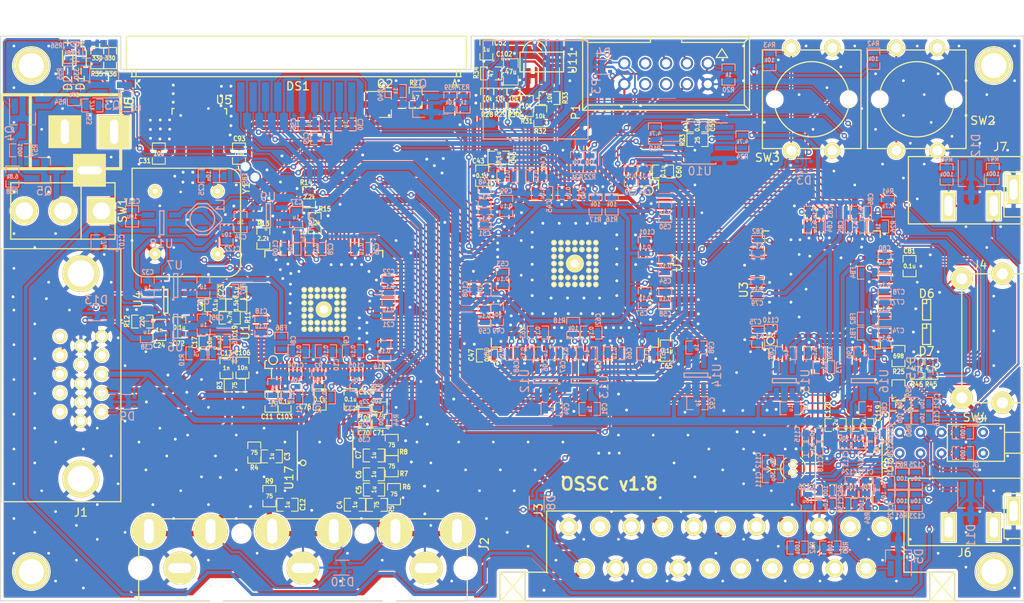
<source format=kicad_pcb>
(kicad_pcb (version 20211014) (generator pcbnew)

  (general
    (thickness 1.6)
  )

  (paper "A3")
  (layers
    (0 "F.Cu" signal)
    (31 "B.Cu" signal)
    (32 "B.Adhes" user "B.Adhesive")
    (33 "F.Adhes" user "F.Adhesive")
    (34 "B.Paste" user)
    (35 "F.Paste" user)
    (36 "B.SilkS" user "B.Silkscreen")
    (37 "F.SilkS" user "F.Silkscreen")
    (38 "B.Mask" user)
    (39 "F.Mask" user)
    (40 "Dwgs.User" user "User.Drawings")
    (41 "Cmts.User" user "User.Comments")
    (42 "Eco1.User" user "User.Eco1")
    (43 "Eco2.User" user "User.Eco2")
    (44 "Edge.Cuts" user)
    (45 "Margin" user)
    (46 "B.CrtYd" user "B.Courtyard")
    (47 "F.CrtYd" user "F.Courtyard")
    (48 "B.Fab" user)
    (49 "F.Fab" user)
  )

  (setup
    (stackup
      (layer "F.SilkS" (type "Top Silk Screen"))
      (layer "F.Paste" (type "Top Solder Paste"))
      (layer "F.Mask" (type "Top Solder Mask") (thickness 0.01))
      (layer "F.Cu" (type "copper") (thickness 0.035))
      (layer "dielectric 1" (type "core") (thickness 1.51) (material "FR4") (epsilon_r 4.5) (loss_tangent 0.02))
      (layer "B.Cu" (type "copper") (thickness 0.035))
      (layer "B.Mask" (type "Bottom Solder Mask") (thickness 0.01))
      (layer "B.Paste" (type "Bottom Solder Paste"))
      (layer "B.SilkS" (type "Bottom Silk Screen"))
      (copper_finish "None")
      (dielectric_constraints no)
    )
    (pad_to_mask_clearance 0)
    (pcbplotparams
      (layerselection 0x00010fc_ffffffff)
      (disableapertmacros false)
      (usegerberextensions false)
      (usegerberattributes false)
      (usegerberadvancedattributes false)
      (creategerberjobfile false)
      (svguseinch false)
      (svgprecision 6)
      (excludeedgelayer true)
      (plotframeref false)
      (viasonmask false)
      (mode 1)
      (useauxorigin false)
      (hpglpennumber 1)
      (hpglpenspeed 20)
      (hpglpendiameter 15.000000)
      (dxfpolygonmode true)
      (dxfimperialunits true)
      (dxfusepcbnewfont true)
      (psnegative false)
      (psa4output false)
      (plotreference true)
      (plotvalue true)
      (plotinvisibletext false)
      (sketchpadsonfab false)
      (subtractmaskfromsilk false)
      (outputformat 1)
      (mirror false)
      (drillshape 0)
      (scaleselection 1)
      (outputdirectory "gerber/")
    )
  )

  (net 0 "")
  (net 1 "/fpga1/ASDO")
  (net 2 "/fpga1/DATA0")
  (net 3 "/fpga1/DCLK")
  (net 4 "/fpga1/HDMITX_HSYNC")
  (net 5 "/fpga1/HDMITX_INT_N")
  (net 6 "/fpga1/HDMITX_PCLK")
  (net 7 "/fpga1/HDMITX_R0")
  (net 8 "/fpga1/HDMITX_R1")
  (net 9 "/fpga1/HDMITX_R2")
  (net 10 "/fpga1/HDMITX_R3")
  (net 11 "/fpga1/HDMITX_R4")
  (net 12 "/fpga1/HDMITX_R5")
  (net 13 "/fpga1/HDMITX_R6")
  (net 14 "/fpga1/HDMITX_R7")
  (net 15 "/fpga1/HDMITX_VSYNC")
  (net 16 "/fpga1/IR_RX")
  (net 17 "/fpga1/LED0")
  (net 18 "/fpga1/LED1")
  (net 19 "/fpga1/SCL")
  (net 20 "/fpga1/SDA")
  (net 21 "/fpga1/SD_CLK")
  (net 22 "/fpga1/SD_CMD")
  (net 23 "/fpga1/SD_DAT0")
  (net 24 "/fpga1/SD_DAT1")
  (net 25 "/fpga1/SD_DAT2")
  (net 26 "/fpga1/SD_DAT3")
  (net 27 "/fpga1/TCK")
  (net 28 "/fpga1/TDI")
  (net 29 "/fpga1/TDO")
  (net 30 "/fpga1/TMS")
  (net 31 "/fpga1/VCCA")
  (net 32 "/fpga1/VCCD_PLL")
  (net 33 "/fpga1/VCCINT")
  (net 34 "/fpga1/nCSO")
  (net 35 "/hdmitx1/AVCC1V8")
  (net 36 "/hdmitx1/AVCC3V3")
  (net 37 "/fpga1/VCCIO")
  (net 38 "/tvp_board1/AV1_AUD_R")
  (net 39 "/tvp_board1/AV1_AUD_L")
  (net 40 "unconnected-(D3-Pad5)")
  (net 41 "unconnected-(D3-Pad4)")
  (net 42 "unconnected-(D9-Pad5)")
  (net 43 "unconnected-(D10-Pad5)")
  (net 44 "unconnected-(D13-Pad4)")
  (net 45 "/hdmitx1/DDC_SCL")
  (net 46 "/hdmitx1/DDC_SDA")
  (net 47 "unconnected-(D13-Pad5)")
  (net 48 "/hdmitx1/DVDD1V8")
  (net 49 "unconnected-(D15-Pad5)")
  (net 50 "unconnected-(J1-Pad9)")
  (net 51 "unconnected-(J1-Pad4)")
  (net 52 "unconnected-(J1-Pad11)")
  (net 53 "unconnected-(J1-Pad12)")
  (net 54 "unconnected-(J1-Pad15)")
  (net 55 "unconnected-(J3-Pad3)")
  (net 56 "unconnected-(J3-Pad8)")
  (net 57 "unconnected-(J3-Pad10)")
  (net 58 "/hdmitx1/HPD")
  (net 59 "/hdmitx1/TMDS_CLK+")
  (net 60 "/hdmitx1/TMDS_CLK-")
  (net 61 "/hdmitx1/TMDS_D0+")
  (net 62 "/hdmitx1/TMDS_D0-")
  (net 63 "/hdmitx1/TMDS_D1+")
  (net 64 "/hdmitx1/TMDS_D1-")
  (net 65 "/hdmitx1/TMDS_D2+")
  (net 66 "/hdmitx1/TMDS_D2-")
  (net 67 "/tvp_board1/AVDD")
  (net 68 "unconnected-(J3-Pad12)")
  (net 69 "unconnected-(J3-Pad16)")
  (net 70 "unconnected-(J3-Pad19)")
  (net 71 "unconnected-(J3-Pad1)")
  (net 72 "unconnected-(J4-Pad13)")
  (net 73 "unconnected-(J4-Pad14)")
  (net 74 "unconnected-(P1-Pad6)")
  (net 75 "unconnected-(P1-Pad7)")
  (net 76 "/tvp_board1/DVDD")
  (net 77 "unconnected-(P1-Pad8)")
  (net 78 "unconnected-(U1-Pad22)")
  (net 79 "/tvp_board1/VSOUT")
  (net 80 "/tvp_board1/HSOUT")
  (net 81 "/tvp_board1/SOGOUT")
  (net 82 "/tvp_board1/B_7")
  (net 83 "/tvp_board1/B_6")
  (net 84 "/tvp_board1/B_5")
  (net 85 "/tvp_board1/B_4")
  (net 86 "/tvp_board1/B_3")
  (net 87 "/tvp_board1/PCLK")
  (net 88 "/tvp_board1/B_2")
  (net 89 "/tvp_board1/B_1")
  (net 90 "/tvp_board1/B_0")
  (net 91 "unconnected-(U1-Pad37)")
  (net 92 "unconnected-(U1-Pad38)")
  (net 93 "/tvp_board1/G_7")
  (net 94 "/tvp_board1/G_6")
  (net 95 "/tvp_board1/G_5")
  (net 96 "/tvp_board1/RGB1_B")
  (net 97 "/tvp_board1/RGB1_G")
  (net 98 "/tvp_board1/RGB1_R")
  (net 99 "/tvp_board1/RGB1_S")
  (net 100 "/tvp_board1/RGB2_B")
  (net 101 "/tvp_board1/RGB2_G")
  (net 102 "/tvp_board1/RGB2_R")
  (net 103 "/tvp_board1/RGB3_B")
  (net 104 "/tvp_board1/RGB3_G")
  (net 105 "/tvp_board1/RGB3_R")
  (net 106 "/tvp_board1/G_4")
  (net 107 "GND")
  (net 108 "Net-(C1-Pad2)")
  (net 109 "Net-(C2-Pad2)")
  (net 110 "Net-(C3-Pad2)")
  (net 111 "Net-(C4-Pad2)")
  (net 112 "Net-(C5-Pad2)")
  (net 113 "Net-(C6-Pad2)")
  (net 114 "Net-(C7-Pad2)")
  (net 115 "Net-(C11-Pad2)")
  (net 116 "Net-(C12-Pad2)")
  (net 117 "Net-(C13-Pad2)")
  (net 118 "Net-(C15-Pad2)")
  (net 119 "Net-(C16-Pad2)")
  (net 120 "Net-(C17-Pad2)")
  (net 121 "Net-(C19-Pad1)")
  (net 122 "Net-(C19-Pad2)")
  (net 123 "Net-(C20-Pad2)")
  (net 124 "Net-(C24-Pad1)")
  (net 125 "Net-(C25-Pad1)")
  (net 126 "Net-(C29-Pad2)")
  (net 127 "Net-(C30-Pad1)")
  (net 128 "Net-(C30-Pad2)")
  (net 129 "Net-(C74-Pad1)")
  (net 130 "Net-(C77-Pad1)")
  (net 131 "Net-(C80-Pad1)")
  (net 132 "/tvp_board1/G_3")
  (net 133 "/tvp_board1/G_2")
  (net 134 "/tvp_board1/G_1")
  (net 135 "/tvp_board1/G_0")
  (net 136 "unconnected-(U1-Pad51)")
  (net 137 "unconnected-(U1-Pad52)")
  (net 138 "/tvp_board1/R_7")
  (net 139 "Net-(R11-Pad2)")
  (net 140 "Net-(R16-Pad2)")
  (net 141 "Net-(R24-Pad1)")
  (net 142 "Net-(R25-Pad1)")
  (net 143 "Net-(R26-Pad1)")
  (net 144 "/tvp_board1/R_6")
  (net 145 "/tvp_board1/R_5")
  (net 146 "/tvp_board1/R_4")
  (net 147 "/tvp_board1/R_3")
  (net 148 "/tvp_board1/R_2")
  (net 149 "/tvp_board1/R_1")
  (net 150 "/tvp_board1/R_0")
  (net 151 "unconnected-(U1-Pad64)")
  (net 152 "unconnected-(U1-Pad65)")
  (net 153 "/tvp_board1/CLK27")
  (net 154 "/fpga1/HDMITX_DE")
  (net 155 "/fpga1/HDMITX_B0")
  (net 156 "/fpga1/HDMITX_B1")
  (net 157 "/fpga1/HDMITX_B2")
  (net 158 "/fpga1/HDMITX_B3")
  (net 159 "/fpga1/HDMITX_B4")
  (net 160 "/fpga1/HDMITX_B5")
  (net 161 "/fpga1/HDMITX_B6")
  (net 162 "/fpga1/HDMITX_B7")
  (net 163 "Net-(R17-Pad1)")
  (net 164 "Net-(R18-Pad2)")
  (net 165 "Net-(R19-Pad1)")
  (net 166 "Net-(R23-Pad2)")
  (net 167 "Net-(DS1-Pad11)")
  (net 168 "/fpga1/HDMITX_G0")
  (net 169 "/fpga1/HDMITX_G1")
  (net 170 "Net-(F1-Pad1)")
  (net 171 "/tvp_board1/RGB_12_G")
  (net 172 "/tvp_board1/RGB_12_R")
  (net 173 "Net-(C76-Pad2)")
  (net 174 "/tvp_board1/RGB_12_B")
  (net 175 "Net-(C100-Pad2)")
  (net 176 "Net-(C103-Pad2)")
  (net 177 "Net-(C104-Pad2)")
  (net 178 "Net-(C105-Pad2)")
  (net 179 "/tvp_board1/RGB3_HS")
  (net 180 "/tvp_board1/RGB3_VS")
  (net 181 "/tvp_board1/RGB3_VS_B")
  (net 182 "/tvp_board1/RGB3_HS_B")
  (net 183 "Net-(C106-Pad1)")
  (net 184 "/fpga1/LCD_CS_N")
  (net 185 "/fpga1/LCD_RS")
  (net 186 "/fpga1/BTN0")
  (net 187 "/fpga1/BTN1")
  (net 188 "Net-(C23-Pad1)")
  (net 189 "/tvp_board1/AVDD_F")
  (net 190 "Net-(C102-Pad1)")
  (net 191 "Net-(C33-Pad2)")
  (net 192 "Net-(C36-Pad1)")
  (net 193 "/fpga1/RESET_N")
  (net 194 "Net-(Q1-Pad1)")
  (net 195 "Net-(Q1-Pad3)")
  (net 196 "Net-(Q2-Pad1)")
  (net 197 "Net-(Q2-Pad3)")
  (net 198 "/fpga1/LCD_BLEN")
  (net 199 "/hdmitx1/5V")
  (net 200 "/hdmitx1/5V_FUSED")
  (net 201 "Net-(C111-Pad1)")
  (net 202 "Net-(C112-Pad1)")
  (net 203 "/hdmitx1/AV2_AUD_R")
  (net 204 "Net-(C116-Pad2)")
  (net 205 "/fpga1/HDMITX_G2")
  (net 206 "Net-(C119-Pad1)")
  (net 207 "Net-(C120-Pad1)")
  (net 208 "/hdmitx1/AV2_AUD_L")
  (net 209 "Net-(C121-Pad2)")
  (net 210 "/fpga1/HDMITX_G3")
  (net 211 "Net-(C123-Pad1)")
  (net 212 "/hdmitx1/AV3_AUD_R")
  (net 213 "Net-(C124-Pad1)")
  (net 214 "Net-(C125-Pad1)")
  (net 215 "/hdmitx1/AV3_AUD_L")
  (net 216 "Net-(C126-Pad1)")
  (net 217 "/fpga1/HDMITX_G4")
  (net 218 "/hdmitx1/I2S_DATA")
  (net 219 "/hdmitx1/I2S_WS")
  (net 220 "/hdmitx1/I2S_BCK")
  (net 221 "/fpga1/HDMITX_G5")
  (net 222 "/fpga1/HDMITX_G6")
  (net 223 "/fpga1/HDMITX_G7")
  (net 224 "unconnected-(U3-Pad45)")
  (net 225 "unconnected-(U6-Pad4)")
  (net 226 "unconnected-(U7-Pad4)")
  (net 227 "unconnected-(U8-Pad19)")
  (net 228 "Net-(D1-Pad2)")
  (net 229 "Net-(D2-Pad2)")
  (net 230 "unconnected-(U8-Pad20)")
  (net 231 "unconnected-(U8-Pad21)")
  (net 232 "unconnected-(U8-Pad22)")
  (net 233 "unconnected-(U8-Pad3)")
  (net 234 "unconnected-(U8-Pad4)")
  (net 235 "unconnected-(U8-Pad5)")
  (net 236 "unconnected-(U9-Pad4)")
  (net 237 "unconnected-(U12-Pad4)")
  (net 238 "/tvp_board1/DVDD2V5")
  (net 239 "Net-(C127-Pad2)")
  (net 240 "Net-(C128-Pad1)")
  (net 241 "Net-(C129-Pad2)")
  (net 242 "Net-(C130-Pad1)")
  (net 243 "Net-(C131-Pad1)")
  (net 244 "Net-(C132-Pad2)")
  (net 245 "unconnected-(U13-Pad4)")
  (net 246 "unconnected-(U14-Pad4)")
  (net 247 "unconnected-(U15-Pad4)")
  (net 248 "Net-(D11-Pad2)")
  (net 249 "Net-(D11-Pad1)")
  (net 250 "unconnected-(U16-Pad4)")
  (net 251 "unconnected-(U17-Pad1)")
  (net 252 "Net-(D14-Pad1)")
  (net 253 "unconnected-(U17-Pad20)")
  (net 254 "Net-(F1-Pad2)")
  (net 255 "Net-(L1-Pad1)")
  (net 256 "Net-(Q3-Pad2)")
  (net 257 "Net-(Q3-Pad1)")
  (net 258 "Net-(Q4-Pad3)")
  (net 259 "Net-(Q4-Pad1)")
  (net 260 "Net-(Q5-Pad3)")
  (net 261 "unconnected-(Y1-Pad1)")

  (footprint "custom_components:SM0603_Capa_libcms" (layer "F.Cu") (at 40.3965 68.1727))

  (footprint "custom_components:SM0603_Capa_libcms" (layer "F.Cu") (at 50.5184 74.066 180))

  (footprint "custom_components:SM0603_Capa_libcms" (layer "F.Cu") (at 52.8425 72.224 180))

  (footprint "custom_components:SM0603_Capa_libcms" (layer "F.Cu") (at 52.8171 70.3571 180))

  (footprint "custom_components:SM0603_Capa_libcms" (layer "F.Cu") (at 52.8171 68.0584 180))

  (footprint "custom_components:SM0603_Capa_libcms" (layer "F.Cu") (at 40.3584 61.5052 90))

  (footprint "custom_components:SM0603_Capa_libcms" (layer "F.Cu") (at 42.301 74.066))

  (footprint "custom_components:SM0603_Capa_libcms" (layer "F.Cu") (at 34.872 57.4158 90))

  (footprint "custom_components:SM0603_Capa_libcms" (layer "F.Cu") (at 32.84 54.317))

  (footprint "custom_components:SM0603_Capa_libcms" (layer "F.Cu") (at 35.277 51.283 180))

  (footprint "custom_components:SM0603_Capa_libcms" (layer "F.Cu") (at 33.528 49.779))

  (footprint "custom_components:SM0603_Capa_libcms" (layer "F.Cu") (at 36.062 48.265 180))

  (footprint "custom_components:SM0603_Capa_libcms" (layer "F.Cu") (at 26.7059 52.7803 -90))

  (footprint "custom_components:SM0603_Capa_libcms" (layer "F.Cu") (at 26.645 31.313 90))

  (footprint "custom_components:SM0603_Capa_libcms" (layer "F.Cu") (at 66 34 90))

  (footprint "custom_components:SM0603_Capa_libcms" (layer "F.Cu") (at 68 31.8 180))

  (footprint "custom_components:SM0603_Capa_libcms" (layer "F.Cu") (at 66.6 55.9 180))

  (footprint "custom_components:SM0603_Capa_libcms" (layer "F.Cu") (at 66.5204 18.63 -90))

  (footprint "custom_components:SM0603_Capa_libcms" (layer "F.Cu") (at 92.2125 27.8883 180))

  (footprint "custom_components:SM0603_Capa_libcms" (layer "F.Cu") (at 88.021 33.498))

  (footprint "custom_components:SM0603_Capa_libcms" (layer "F.Cu") (at 88.5 55.3 -90))

  (footprint "custom_components:SM0603_Capa_libcms" (layer "F.Cu") (at 118.04 45.01 -90))

  (footprint "custom_components:SM0603_Capa_libcms" (layer "F.Cu") (at 36.405 31.318 90))

  (footprint "custom_components:SM0805_libcms" (layer "F.Cu") (at 69.494 21.361 -90))

  (footprint "custom_components:BARREL_JACK_roundconn" (layer "F.Cu") (at 15.002 28.649))

  (footprint "custom_components:VGA_CONN" (layer "F.Cu") (at 17.1555 59.2954 -90))

  (footprint "custom_components:IRM-V5XX_TR1" (layer "F.Cu") (at 73.2641 21.3605))

  (footprint "Connect:VASCH5x2" (layer "F.Cu") (at 88.4 21.59 180))

  (footprint "Connect:1pin" (layer "F.Cu") (at 11.13 20.6))

  (footprint "Connect:1pin" (layer "F.Cu") (at 11.13 82.2))

  (footprint "Connect:1pin" (layer "F.Cu") (at 128.3 82.2))

  (footprint "Connect:1pin" (layer "F.Cu") (at 128.3 20.6))

  (footprint "custom_components:SM0603_Resistor_libcms" (layer "F.Cu") (at 38.2629 67.7155 90))

  (footprint "custom_components:SM0603_Resistor_libcms" (layer "F.Cu") (at 53.1727 74.0782))

  (footprint "custom_components:SM0603_Resistor_libcms" (layer "F.Cu") (at 55.2809 72.7701 -90))

  (footprint "custom_components:SM0603_Resistor_libcms" (layer "F.Cu") (at 55.0015 69.3665 90))

  (footprint "custom_components:SM0603_Resistor_libcms" (layer "F.Cu") (at 54.997 66.785 90))

  (footprint "custom_components:SM0603_Resistor_libcms" (layer "F.Cu") (at 40.104 73.015 90))

  (footprint "custom_components:SM0603_Resistor_libcms" (layer "F.Cu") (at 36.063 49.779))

  (footprint "custom_components:SM0603_Resistor_libcms" (layer "F.Cu") (at 24.6358 51.7643 180))

  (footprint "custom_components:SM0603_Resistor_libcms" (layer "F.Cu") (at 39.37 41.656 -90))

  (footprint "custom_components:SM0603_Resistor_libcms" (layer "F.Cu") (at 44.931 36.606 90))

  (footprint "custom_components:SM0603_Resistor_libcms" (layer "F.Cu") (at 45.6162 39.7755 -90))

  (footprint "custom_components:SM0603_Resistor_libcms" (layer "F.Cu") (at 92.2252 29.6663))

  (footprint "custom_components:SM0603_Resistor_libcms" (layer "F.Cu") (at 116.693 55.961 -90))

  (footprint "custom_components:SM0603_Resistor_libcms" (layer "F.Cu") (at 66.6093 24.6371 90))

  (footprint "custom_components:SM0603_Resistor_libcms" (layer "F.Cu") (at 68.2222 24.6498 90))

  (footprint "custom_components:SM0603_Resistor_libcms" (layer "F.Cu") (at 69.8351 24.6498 90))

  (footprint "custom_components:SM0603_Resistor_libcms" (layer "F.Cu") (at 71.448 25.5261 90))

  (footprint "custom_components:SM0603_Resistor_libcms" (layer "F.Cu") (at 73.0863 26.758 90))

  (footprint "custom_components:SM0603_Resistor_libcms" (layer "F.Cu") (at 74.2293 24.5482))

  (footprint "custom_components:SM0603_Resistor_libcms" (layer "F.Cu") (at 67.1046 21.551 180))

  (footprint "custom_components:SM0603_Resistor_libcms" (layer "F.Cu") (at 19.159 19.691 -90))

  (footprint "custom_components:SM0603_Resistor_libcms" (layer "F.Cu") (at 20.709 19.687 -90))

  (footprint "custom_components:TQFP-100_thermal" (layer "F.Cu") (at 46.736 50.292 90))

  (footprint "custom_components:3xRCA_CONN" (layer "F.Cu") (at 44.196 81.7762))

  (footprint "custom_components:TQFP-144_thermal" (layer "F.Cu")
    (tedit 56867A9C) (tstamp 00000000-0000-0000-0000-000055a1e0e7)
    (at 77.3 44.7 -90)
    (descr "P/PG-TQFP-144-2, -3, -7 (see MAXIM 21-0087.PDF and 90-0144.PDF)")
    (tags "QFP 0.5")
    (property "Sheetfile" "fpga.kicad_sch")
    (property "Sheetname" "fpga1")
    (path "/00000000-0000-0000-0000-000054fe3a8c/00000000-0000-0000-0000-000054fe3d0c")
    (attr smd)
    (fp_text reference "U2" (at 0 -12.475 -90) (layer "F.SilkS")
      (effects (font (size 1 1) (thickness 0.15)))
      (tstamp eef1617b-803a-49c3-b08a-1db35075471d)
    )
    (fp_text value "EP4CE15E22" (at 0 12.475 -90) (layer "F.Fab")
      (effects (font (size 1 1) (thickness 0.15)))
      (tstamp d5b7e3fd-5b86-4909-a883-a49d6720b0a4)
    )
    (fp_line (start 10.175 10.175) (end 9.1 10.175) (layer "F.SilkS") (width 0.15) (tstamp 25d85ac4-49d9-4f51-9a7e-96ed6098b3ee))
    (fp_line (start -10.175 -9.1) (end -11.275 -9.1) (layer "F.SilkS") (width 0.15) (tstamp 30f39d53-8f80-4916-9ac7-057ac040b90a))
    (fp_line (start -10.175 -10.175) (end -10.175 -9.1) (layer "F.SilkS") (width 0.15) (tstamp 3558ed6e-711a-493c-9eff-a48d444cc556))
    (fp_line (start 10.175 10.175) (end 10.175 9.1) (layer "F.SilkS") (width 0.15) (tstamp 3ba26bbe-8562-430c-b806-843447502c0b))
    (fp_line (start -10.175 10.175) (end -9.1 10.175) (layer "F.SilkS") (width 0.15) (tstamp 975622be-fb68-4753-b6d7-9e86c2f84344))
    (fp_line (start 10.175 -10.175) (end 9.1 -10.175) (layer "F.SilkS") (width 0.15) (tstamp c9d6f710-9d3c-46d5-9a1d-5e2971fb146b))
    (fp_line (start 10.175 -10.175) (end 10.175 -9.1) (layer "F.SilkS") (width 0.15) (tstamp ccab7bc2-318e-477c-9811-7f7e7d58547f))
    (fp_line (start -10.175 -10.175) (end -9.1 -10.175) (layer "F.SilkS") (width 0.15) (tstamp cfbfbec9-09a3-4e92-a2d5-49e5d862c70a))
    (fp_line (start -10.175 10.175) (end -10.175 9.1) (layer "F.SilkS") (width 0.15) (tstamp e5c72976-c228-44ef-8299-d4cc7fdc17a6))
    (fp_circle (center -8.91794 -8.93064) (end -8.54456 -8.47344) (layer "F.SilkS") (width 0.15) (fill none) (tstamp 94ff5823-f4bf-4e22-8a9f-d99ff5e43636))
    (fp_line (start 11.75 -11.75) (end 11.75 11.75) (layer "F.CrtYd") (width 0.05) (tstamp 06baf694-aae9-40ee-a8b0-cd56271c0db1))
    (fp_line (start -11.75 11.75) (end 11.75 11.75) (layer "F.CrtYd") (width 0.05) (tstamp 1a5b86ef-7e25-4df9-9631-46951e62da1c))
    (fp_line (start -11.75 -11.75) (end 11.75 -11.75) (layer "F.CrtYd") (width 0.05) (tstamp 40f27947-3902-4235-a9f3-f7757418b180))
    (fp_line (start -11.75 -11.75) (end -11.75 11.75) (layer "F.CrtYd") (width 0.05) (tstamp 5b2cbec1-173b-4f13-91ec-7f5b0f45cfc2))
    (pad "1" smd rect locked (at -10.8 -8.75 270) (size 1.6 0.3) (layers "F.Cu" "F.Paste" "F.Mask")
      (net 32 "/fpga1/VCCD_PLL") (pinfunction "VCCD_PLL3") (pintype "power_in") (tstamp 29bade07-3619-4b75-8614-380e5d216724))
    (pad "2" smd rect locked (at -10.8 -8.25 270) (size 1.6 0.3) (layers "F.Cu" "F.Paste" "F.Mask")
      (net 107 "GND") (pinfunction "GNDA3") (pintype "power_in") (tstamp 1862581f-2525-4585-a080-e75b085b227c))
    (pad "3" smd rect locked (at -10.8 -7.75 270) (size 1.6 0.3) (layers "F.Cu" "F.Paste" "F.Mask")
      (net 31 "/fpga1/VCCA") (pinfunction "VCCA3") (pintype "power_in") (tstamp 82dc8331-888a-484b-bacd-011d8ad4eaee))
    (pad "4" smd rect locked (at -10.8 -7.25 270) (size 1.6 0.3) (layers "F.Cu" "F.Paste" "F.Mask")
      (net 107 "GND") (pinfunction "GND") (pintype "power_in") (tstamp 157243cd-e86d-4227-a806-59f87474f46f))
    (pad "5" smd rect locked (at -10.8 -6.75 270) (size 1.6 0.3) (layers "F.Cu" "F.Paste" "F.Mask")
      (net 33 "/fpga1/VCCINT") (pinfunction "VCCINT") (pintype "power_in") (tstamp 5e4bc6b4-9d88-43ef-a168-6586fea6c5c1))
    (pad "6" smd rect locked (at -10.8 -6.25 270) (size 1.6 0.3) (layers "F.Cu" "F.Paste" "F.Mask")
      (net 1 "/fpga1/ASDO") (pinfunction "DATA1") (pintype "bidirectional") (tstamp 9d1e99b5-e2d8-425a-86e1-01e6269c8854))
    (pad "7" smd rect locked (at -10.8 -5.75 270) (size 1.6 0.3) (layers "F.Cu" "F.Paste" "F.Mask")
      (net 12 "/fpga1/HDMITX_R5") (pinfunction "IO7") (pintype "bidirectional") (tstamp 3bea58ca-f951-409c-a105-ffae4851f8c9))
    (pad "8" smd rect locked (at -10.8 -5.25 270) (size 1.6 0.3) (layers "F.Cu" "F.Paste" "F.Mask")
      (net 34 "/fpga1/nCSO") (pinfunction "FLASH_nCE") (pintype "bidirectional") (tstamp 159071cb-c43e-4d0d-a30b-8366af8c8229))
    (pad "9" smd rect locked (at -10.8 -4.75 270) (size 1.6 0.3) (layers "F.Cu" "F.Paste" "F.Mask")
      (net 140 "Net-(R16-Pad2)") (pinfunction "nSTATUS") (pintype "bidirectional") (tstamp c84e26b5-03b0-4340-ac29-a07a2282eda4))
    (pad "10" smd rect locked (at -10.8 -4.25 270) (size 1.6 0.3) (layers "F.Cu" "F.Paste" "F.Mask")
      (net 13 "/fpga1/HDMITX_R6") (pinfunction "IO10") (pintype "bidirectional") (tstamp 566e9eaf-5ddb-4b9e-9534-fcaaaa25446c))
    (pad "11" smd rect locked (at -10.8 -3.75 270) (size 1.6 0.3) (layers "F.Cu" "F.Paste" "F.Mask")
      (net 14 "/fpga1/HDMITX_R7") (pinfunction "IO11") (pintype "bidirectional") (tstamp 7702c425-321f-49d3-8d92-087cb32ce9d2))
    (pad "12" smd rect locked (at -10.8 -3.25 270) (size 1.6 0.3) (layers "F.Cu" "F.Paste" "F.Mask")
      (net 3 "/fpga1/DCLK") (pinfunction "DCLK") (pintype "bidirectional") (tstamp d09b92f8-5372-448e-a57a-23196426561b))
    (pad "13" smd rect locked (at -10.8 -2.75 270) (size 1.6 0.3) (layers "F.Cu" "F.Paste" "F.Mask")
      (net 2 "/fpga1/DATA0") (pinfunction "DATA0") (pintype "bidirectional") (tstamp 0ea30842-4fac-4625-9b51-4a4dbe144712))
    (pad "14" smd rect locked (at -10.8 -2.25 270) (size 1.6 0.3) (layers "F.Cu" "F.Paste" "F.Mask")
      (net 163 "Net-(R17-Pad1)") (pinfunction "nCONFIG") (pintype "bidirectional") (tstamp 4a922147-3fe0-42c0-af9e-f0ae4df249c3))
    (pad "15" smd rect locked (at -10.8 -1.75 270) (size 1.6 0.3) (layers "F.Cu" "F.Paste" "F.Mask")
      (net 28 "/fpga1/TDI") (pinfunction "TDI") (pintype "bidirectional") (tstamp 99c22012-88e5-4396-b364-0c0e4dd522ff))
    (pad "16" smd rect locked (at -10.8 -1.25 270) (size 1.6 0.3) (layers "F.Cu" "F.Paste" "F.Mask")
      (net 27 "/fpga1/TCK") (pinfunction "TCK") (pintype "bidirectional") (tstamp 2a84a7a9-a0e7-40d2-99b2-bc000a7cd748))
    (pad "17" smd rect locked (at -10.8 -0.75 270) (size 1.6 0.3) (layers "F.Cu" "F.Paste" "F.Mask")
      (net 37 "/fpga1/VCCIO") (pinfunction "VCCIO1") (pintype "power_in") (tstamp 143b191b-7bd4-4729-8c78-ad723a3931de))
    (pad "18" smd rect locked (at -10.8 -0.25 270) (size 1.6 0.3) (layers "F.Cu" "F.Paste" "F.Mask")
      (net 30 "/fpga1/TMS") (pinfunction "TMS") (pintype "bidirectional") (tstamp 33034710-c35e-4b87-95a5-6fb2da4dc6b9))
    (pad "19" smd rect locked (at -10.8 0.25 270) (size 1.6 0.3) (layers "F.Cu" "F.Paste" "F.Mask")
      (net 107 "GND") (pinfunction "GND") (pintype "power_in") (tstamp c6eef106-8bd2-425b-b7f5-261c586eec51))
    (pad "20" smd rect locked (at -10.8 0.75 270) (size 1.6 0.3) (layers "F.Cu" "F.Paste" "F.Mask")
      (net 29 "/fpga1/TDO") (pinfunction "TDO") (pintype "bidirectional") (tstamp b8a283fb-dc6f-473b-9e7c-2a28f6941659))
    (pad "21" smd rect locked (at -10.8 1.25 270) (size 1.6 0.3) (layers "F.Cu" "F.Paste" "F.Mask")
      (net 107 "GND") (pinfunction "nCE") (pintype "input") (tstamp c77f9c58-3dac-41d6-bc83-0a4e77e4b2ea))
    (pad "22" smd rect locked (at -10.8 1.75 270) (size 1.6 0.3) (layers "F.Cu" "F.Paste" "F.Mask")
      (net 107 "GND") (pinfunction "GND") (pintype "power_in") (tstamp 1866f365-b71a-4fce-ac64-d81d3f66c2a0))
    (pad "23" smd rect locked (at -10.8 2.25 270) (size 1.6 0.3) (layers "F.Cu" "F.Paste" "F.Mask")
      (net 16 "/fpga1/IR_RX") (pinfunction "CLK1") (pintype "input") (tstamp 7c424249-b799-4e19-a627-daed09e40660))
    (pad "24" smd rect locked (at -10.8 2.75 270) (size 1.6 0.3) (layers "F.Cu" "F.Paste" "F.Mask")
      (net 16 "/fpga1/IR_RX") (pinfunction "CLK2") (pintype "input") (tstamp 392c1cf0-7507-4b58-b7f9-02fcd1cfad14))
    (pad "25" smd rect locked (at -10.8 3.25 270) (size 1.6 0.3) (layers "F.Cu" "F.Paste" "F.Mask")
      (net 153 "/tvp_board1/CLK27") (pinfunction "CLK3") (pintype "input") (tstamp c3eab378-889b-4ad9-857c-e37d768a18d7))
    (pad "26" smd rect locked (at -10.8 3.75 270) (size 1.6 0.3) (layers "F.Cu" "F.Paste" "F.Mask")
      (net 37 "/fpga1/VCCIO") (pinfunction "VCCIO2") (pintype "power_in") (tstamp 6da25418-6e16-43fd-b847-401bfda20b08))
    (pad "27" smd rect locked (at -10.8 4.25 270) (size 1.6 0.3) (layers "F.Cu" "F.Paste" "F.Mask")
      (net 107 "GND") (pinfunction "GND") (pintype "power_in") (tstamp c3c478d9-178e-4b47-9445-349b94449a26))
    (pad "28" smd rect locked (at -10.8 4.75 270) (size 1.6 0.3) (layers "F.Cu" "F.Paste" "F.Mask")
      (net 25 "/fpga1/SD_DAT2") (pinfunction "IO28") (pintype "bidirectional") (tstamp c35093bc-2e71-4761-8ba6-4f6a443c78f6))
    (pad "29" smd rect locked (at -10.8 5.25 270) (size 1.6 0.3) (layers "F.Cu" "F.Paste" "F.Mask")
      (net 33 "/fpga1/VCCINT") (pinfunction "VCCINT") (pintype "power_in") (tstamp fb2f053b-f09c-47c9-8338-8ae0c1540561))
    (pad "30" smd rect locked (at -10.8 5.75 270) (size 1.6 0.3) (layers "F.Cu" "F.Paste" "F.Mask")
      (net 26 "/fpga1/SD_DAT3") (pinfunction "IO30") (pintype "bidirectional") (tstamp cf2179a4-1414-45c5-a19a-cc58b65eb8d8))
    (pad "31" smd rect locked (at -10.8 6.25 270) (size 1.6 0.3) (layers "F.Cu" "F.Paste" "F.Mask")
      (net 22 "/fpga1/SD_CMD") (pinfunction "IO31") (pintype "bidirectional") (tstamp ac1202ae-793d-4b07-b101-1aaaa19f1d3e))
    (pad "32" smd rect locked (at -10.8 6.75 270) (size 1.6 0.3) (layers "F.Cu" "F.Paste" "F.Mask")
      (net 21 "/fpga1/SD_CLK") (pinfunction "IO32") (pintype "bidirectional") (tstamp 4b42d6fb-ce21-4f1f-abf9-b65ec2d061af))
    (pad "33" smd rect locked (at -10.8 7.25 270) (size 1.6 0.3) (layers "F.Cu" "F.Paste" "F.Mask")
      (net 23 "/fpga1/SD_DAT0") (pinfunction "IO33") (pintype "bidirectional") (tstamp 546dd213-ebdb-4d49-a7c8-721d0bd5be09))
    (pad "34" smd rect locked (at -10.8 7.75 270) (size 1.6 0.3) (layers "F.Cu" "F.Paste" "F.Mask")
      (net 33 "/fpga1/VCCINT") (pinfunction "VCCINT") (pintype "power_in") (tstamp 49dbd5de-7aa3-43b6-ac00-4c81fb515810))
    (pad "35" smd rect locked (at -10.8 8.25 270) (size 1.6 0.3) (layers "F.Cu" "F.Paste" "F.Mask")
      (net 31 "/fpga1/VCCA") (pinfunction "VCCA1") (pintype "power_in") (tstamp 78468e91-0af3-49d4-8fed-23b6512f62d2))
    (pad "36" smd rect locked (at -10.8 8.75 270) (size 1.6 0.3) (layers "F.Cu" "F.Paste" "F.Mask")
      (net 107 "GND") (pinfunction "GNDA1") (pintype "power_in") (tstamp 993f2641-cd72-488b-8570-811817789d0c))
    (pad "37" smd rect locked (at -8.75 10.8) (size 1.6 0.3) (layers "F.Cu" "F.Paste" "F.Mask")
      (net 32 "/fpga1/VCCD_PLL") (pinfunction "VCCD_PLL1") (pintype "power_in") (tstamp 6f2f8c1e-c574-44f0-b619-9d5414d32e73))
    (pad "38" smd rect locked (at -8.25 10.8) (size 1.6 0.3) (layers "F.Cu" "F.Paste" "F.Mask")
      (net 33 "/fpga1/VCCINT") (pinfunction "VCCINT") (pintype "power_in") (tstamp 17511daf-6e6a-46ab-a80b-7117ab7a83f6))
    (pad "39" smd rect locked (at -7.75 10.8) (size 1.6 0.3) (layers "F.Cu" "F.Paste" "F.Mask")
      (net 24 "/fpga1/SD_DAT1") (pinfunction "IO39") (pintype "bidirectional") (tstamp b4a96d3e-da5b-4676-af2e-83971ba2ba46))
    (pad "40" smd rect locked (at -7.25 10.8) (size 1.6 0.3) (layers "F.Cu" "F.Paste" "F.Mask")
      (net 37 "/fpga1/VCCIO") (pinfunction "VCCIO3") (pintype "power_in") (tstamp 14d45c19-c716-4c25-8349-148871a376fc))
    (pad "41" thru_hole circle locked (at -0.85 -2.55 270) (size 0.69 0.69) (drill 0.33) (layers *.Cu *.Mask "F.SilkS")
      (net 107 "GND") (pinfunction "GND") (pintype "power_in") (tstamp 003f907b-6086-487c-afbc-d04c6e2db406))
    (pad "41" thru_hole circle locked (at -1.7 0 270) (size 0.69 0.69) (drill 0.33) (layers *.Cu *.Mask "F.SilkS")
      (net 107 "GND") (pinfunction "GND") (pintype "power_in") (tstamp 05adbe12-8577-4c95-a599-bacc9fff5b45))
    (pad "41" thru_hole circle locked (at -2.55 0 270) (size 0.69 0.69) (drill 0.33) (layers *.Cu *.Mask "F.SilkS")
      (net 107 "GND") (pinfunction "GND") (pintype "power_in") (tstamp 0e6096bb-24fb-4651-a132-716fb3343c93))
    (pad "41" thru_hole circle locked (at -0.85 2.55 270) (size 0.69 0.69) (drill 0.33) (layers *.Cu *.Mask "F.SilkS")
      (net 107 "GND") (pinfunction "GND") (pintype "power_in") (tstamp 10936c97-7ac4-405c-a68d-8f17c327551d))
    (pad "41" thru_hole circle locked (at -2.55 2.55 270) (size 0.69 0.69) (drill 0.33) (layers *.Cu *.Mask "F.SilkS")
      (net 107 "GND") (pinfunction "GND") (pintype "power_in") (tstamp 12e9f05a-0d20-4e7d-8fdb-2e9e545eb990))
    (pad "41" thru_hole circle locked (at 0 -1.7 270) (size 0.69 0.69) (drill 0.33) (layers *.Cu *.Mask "F.SilkS")
      (net 107 "GND") (pinfunction "GND") (pintype "power_in") (tstamp 26688388-f201-478a-ad61-60b0bfc279be))
    (pad "41" thru_hole circle locked (at 1.7 -0.85 270) (size 0.69 0.69) (drill 0.33) (layers *.Cu *.Mask "F.SilkS")
      (net 107 "GND") (pinfunction "GND") (pintype "power_in") (tstamp 26a71890-64a8-440e-b37c-88bd4c4d2796))
    (pad "41" thru_hole circle locked (at 2.55 -0.85 270) (size 0.69 0.69) (drill 0.33) (layers *.Cu *.Mask "F.SilkS")
      (net 107 "GND") (pinfunction "GND") (pintype "power_in") (tstamp 2d9920f3-d87f-41bf-a9a3-68a055452645))
    (pad "41" thru_hole circle locked (at 1.7 2.55 270) (size 0.69 0.69) (drill 0.33) (layers *.Cu *.Mask "F.SilkS")
      (net 107 "GND") (pinfunction "GND") (pintype "power_in") (tstamp 351255b1-ebd0-49e8-a2a7-ffff73c64395))
    (pad "41" thru_hole circle locked (at 1.7 0.85 270) (size 0.69 0.69) (drill 0.33) (layers *.Cu *.Mask "F.SilkS")
      (net 107 "GND") (pinfunction "GND") (pintype "power_in") (tstamp 35d3ec64-841b-4d3a-9091-eb1002922114))
    (pad "41" thru_hole circle locked (at 2.55 2.55 270) (size 0.69 0.69) (drill 0.33) (layers *.Cu *.Mask "F.SilkS")
      (net 107 "GND") (pinfunction "GND") (pintype "power_in") (tstamp 40e5f619-4d57-4cef-bdd1-d2480b98e95b))
    (pad "41" thru_hole circle locked (at -2.55 -1.7 270) (size 0.69 0.69) (drill 0.33) (layers *.Cu *.Mask "F.SilkS")
      (net 107 "GND") (pinfunction "GND") (pintype "power_in") (tstamp 4991f339-43e3-4b11-8c41-6c30469d4304))
    (pad "41" thru_hole circle locked (at 2.55 0 270) (size 0.69 0.69) (drill 0.33) (layers *.Cu *.Mask "F.SilkS")
      (net 107 "GND") (pinfunction "GND") (pintype "power_in") (tstamp 4bc68a55-bc73-4510-b137-883da78b0fd6))
    (pad "41" thru_hole circle locked (at 2.55 0.85 270) (size 0.69 0.69) (drill 0.33) (layers *.Cu *.Mask "F.SilkS")
      (net 107 "GND") (pinfunction "GND") (pintype "power_in") (tstamp 59b3fa14-d113-4156-ba77-9e1a72970dcc))
    (pad "41" thru_hole circle locked (at 0 1.7 270) (size 0.69 0.69) (drill 0.33) (layers *.Cu *.Mask "F.SilkS")
      (net 107 "GND") (pinfunction "GND") (pintype "power_in") (tstamp 5ae58c5f-8e7a-4780-97d6-011c2fb9cc0b))
    (pad "41" thru_hole circle locked (at -2.55 -0.85 270) (size 0.69 0.69) (drill 0.33) (layers *.Cu *.Mask "F.SilkS")
      (net 107 "GND") (pinfunction "GND") (pintype "power_in") (tstamp 68958b44-e2c8-4c7c-beef-3fce423d78ea))
    (pad "41" thru_hole circle locked (at -1.7 -2.55 270) (size 0.69 0.69) (drill 0.33) (layers *.Cu *.Mask "F.SilkS")
      (net 107 "GND") (pinfunction "GND") (pintype "power_in") (tstamp 6d062e5c-3bcb-49a2-97a5-839744b6f68f))
    (pad "41" thru_hole circle locked (at 0 -2.55 270) (size 0.69 0.69) (drill 0.33) (layers *.Cu *.Mask "F.SilkS")
      (net 107 "GND") (pinfunction "GND") (pintype "power_in") (tstamp 78404151-82c0-40a1-b020-468cce604548))
    (pad "41" thru_hole circle locked (at 0 0 270) (size 2.2 2.2) (drill 1) (layers *.Cu *.Mask "F.SilkS")
      (net 107 "GND") (pinfunction "GND") (pintype "power_in") (tstamp 7a12e023-5a39-4e50-8402-fe8c4bc9dcb4))
    (pad "41" thru_hole circle locked (at 2.55 -2.55 270) (size 0.69 0.69) (drill 0.33) (layers *.Cu *.Mask "F.SilkS")
      (net 107 "GND") (pinfunction "GND") (pintype "power_in") (tstamp 7cc37ac9-dda4-4d31-90c9-ba99489d3847))
    (pad "41" thru_hole circle locked (at 1.7 -2.55 270) (size 0.69 0.69) (drill 0.33) (layers *.Cu *.Mask "F.SilkS")
      (net 107 "GND") (pinfunction "GND") (pintype "power_in") (tstamp 7ff891a1-b0e3-4ad2-adeb-0f70b8115eb4))
    (pad "41" thru_hole circle locked (at -2.55 1.7 270) (size 0.69 0.69) (drill 0.33) (layers *.Cu *.Mask "F.SilkS")
      (net 107 "GND") (pinfunction "GND") (pintype "power_in") (tstamp 826e7696-ddb2-4442-b566-610b08253146))
    (pad "41" thru_hole circle locked (at -2.55 -2.55 270) (size 0.69 0.69) (drill 0.33) (layers *.Cu *.Mask "F.SilkS")
      (net 107 "GND") (pinfunction "GND") (pintype "power_in") (tstamp 84f2775b-c1c3-4b0f-98ac-c7b5d4db8c47))
    (pad "41" thru_hole circle locked (at -1.7 -1.7 270) (size 0.69 0.69) (drill 0.33) (layers *.Cu *.Mask "F.SilkS")
      (net 107 "GND") (pinfunction "GND") (pintype "power_in") (tstamp 864f71da-a7b2-435d-a468-dacc3f89703b))
    (pad "41" thru_hole circle locked (at 0.85 -2.55 270) (size 0.69 0.69) (drill 0.33) (layers *.Cu *.Mask "F.SilkS")
      (net 107 "GND") (pinfunction "GND") (pintype "power_in") (tstamp 968cd614-ac8a-4676-969d-ad6d3dce7100))
    (pad "41" thru_hole circle locked (at 0 2.55 270) (size 0.69 0.69) (drill 0.33) (layers *.Cu *.Mask "F.SilkS")
      (net 107 "GND") (pinfunction "GND") (pintype "power_in") (tstamp 988667b8-f268-4842-a2b0-3f408def2d46))
    (pad "41" thru_hole circle locked (at 1.7 -1.7 270) (size 0.69 0.69) (drill 0.33) (layers *.Cu *.Mask "F.SilkS")
      (net 107 "GND") (pinfunction "GND") (pintype "power_in") (tstamp 9ee09f67-498a-4823-ae9a-33cc8b56c248))
    (pad "41" smd rect locked (at -6.75 10.8) (size 1.6 0.3) (layers "F.Cu" "F.Paste" "F.Mask")
      (net 107 "GND") (pinfunction "GND") (pintype "power_in") (tstamp a22a09fc-8546-44c4-8929-10c043c6862f))
    (pad "41" thru_hole circle locked (at 0.85 1.7 270) (size 0.69 0.69) (drill 0.33) (layers *.Cu *.Mask "F.SilkS")
      (net 107 "GND") (pinfunction "GND") (pintype "power_in") (tstamp ae66b4c6-574b-41ef-b25e-24408a209327))
    (pad "41" thru_hole circle locked (at -0.85 -1.7 270) (size 0.69 0.69) (drill 0.33) (layers *.Cu *.Mask "F.SilkS")
      (net 107 "GND") (pinfunction "GND") (pintype "power_in") (tstamp b1e411e7-4de5-4145-8650-9fef81036c42))
    (pad "41" thru_hole circle locked (at -1.7 1.7 270) (size 0.69 0.69) (drill 0.33) (layers *.Cu *.Mask "F.SilkS")
      (net 107 "GND") (pinfunction "GND") (pintype "power_in") (tstamp c69627bb-bf06-45c3-bc90-23663d263ff0))
    (pad "41" thru_hole circle locked (at 2.55 1.7 270) (size 0.69 0.69) (drill 0.33) (layers *.Cu *.Mask "F.SilkS")
      (net 107 "GND") (pinfunction "GND") (pintype "power_in") (tstamp c6c05bb5-2886-4b69-8afe-2bf5c15a0836))
    (pad "41" thru_hole circle locked (at 1.7 1.7 270) (size 0.69 0.69) (drill 0.33) (layers *.Cu *.Mask "F.SilkS")
      (net 107 "GND") (pinfunction "GND") (pintype "power_in") (tstamp ca48eda6-8944-4ead-a665-8876f016a035))
    (pad "41" thru_hole circle locked (at 0.85 -1.7 270) (size 0.69 0.69) (drill 0.33) (layers *.Cu *.Mask "F.SilkS")
      (net 107 "GND") (pinfunction "GND") (pintype "power_in") (tstamp cb7d9458-a3ee-480e-a359-1d010e5772d3))
    (pad "41" thru_hole circle locked (at -1.7 -0.85 270) (size 0.69 0.69) (drill 0.33) (layers *.Cu *.Mask "F.SilkS")
      (net 107 "GND") (pinfunction "GND") (pintype "power_in") (tstamp d2b78f69-733c-45ef-b2eb-23675eff56da))
    (pad "41" thru_hole circle locked (at -0.85 1.7 270) (size 0.69 0.69) (drill 0.33) (layers *.Cu *.Mask "F.SilkS")
      (net 107 "GND") (pinfunction "GND") (pintype "power_in") (tstamp e1326443-5e17-4edb-af2a-966cff31cac5))
    (pad "41" thru_hole circle locked (at -1.7 0.85 270) (size 0.69 0.69) (drill 0.33) (layers *.Cu *.Mask "F.SilkS")
      (net 107 "GND") (pinfunction "GND") (pintype "power_in") (tstamp e58b6f21-622c-49d7-90fe-97cdb7e68bb0))
    (pad "41" thru_hole circle locked (at -1.7 2.55 270) (size 0.69 0.69) (drill 0.33) (layers *.Cu *.Mask "F.SilkS")
      (net 107 "GND") (pinfunction "GND") (pintype "power_in") (tstamp eff6f585-fcfd-421a-9364-42261362c894))
    (pad "41" smd rect locked (at 0 0 270) (size 6.7 6.7) (layers *.Cu "F.Paste" "F.Mask")
      (net 107 "GND") (pinfunction "GND") (pintype "power_in") (tstamp f2f02fe9-f44b-4864-a285-0b9a0edbf382))
    (pad "41" thru_hole circle locked (at 0.85 2.55 270) (size 0.69 0.69) (drill 0.33) (layers *.Cu *.Mask "F.SilkS")
      (net 107 "GND") (pinfunction "GND") (pintype "power_in") (tstamp f92dab48-1810-4978-b95b-43a95c699552))
    (pad "41" thru_hole circle locked (at 2.55 -1.7 270) (size 0.69 0.69) (drill 0.33) (layers *.Cu *.Mask "F.SilkS")
      (net 107 "GND") (pinfunction "GND") (pintype "power_in") (tstamp f9e79a83-e141-42c8-a234-0b01cdb23aba))
    (pad "41" thru_hole circle locked (at -2.55 0.85 270) (size 0.69 0.69) (drill 0.33) (layers *.Cu *.Mask "F.SilkS")
      (net 107 "GND") (pinfunction "GND") (pintype "power_in") (tstamp faaa8c3a-8f9c-45e5-8971-fc38e367ad72))
    (pad "41" thru_hole circle locked (at 1.7 0 270) (size 0.69 0.69) (drill 0.33) (layers *.Cu *.Mask "F.SilkS")
      (net 107 "GND") (pinfunction "GND") (pintype "power_in") (tstamp ffa656fd-0eec-4c99-9298-e901cda3987b))
    (pad "42" smd rect locked (at -6.25 10.8) (size 1.6 0.3) (layers "F.Cu" "F.Paste" "F.Mask")
      (net 185 "/fpga1/LCD_RS") (pinfunction "IO42") (pintype "bidirectional") (tstamp f33042e0-d1e5-4d1d-8912-11fe33b382e9))
    (pad "43" smd rect locked (at -5.75 10.8) (size 1.6 0.3) (layers "F.Cu" "F.Paste" "F.Mask")
      (net 184 "/fpga1/LCD_CS_N") (pinfunction "IO43") (pintype "bidirectional") (tstamp daf30b6a-9583-4a68-96be-52c53ec75127))
    (pad "44" smd rect locked (at -5.25 10.8) (size 1.6 0.3) (layers "F.Cu" "F.Paste" "F.Mask")
      (net 18 "/fpga1/LED1") (pinfunction "IO44") (pintype "bidirectional") (tstamp a6c5b9ff-9596-4e87-a209-d93927471127))
    (pad "45" smd rect locked (at -4.75 10.8) (size 1.6 0.3) (layers "F.Cu" "F.Paste" "F.Mask")
      (net 33 "/fpga1/VCCINT") (pinfunction "VCCINT") (pintype "power_in") (tstamp edcd686a-8cab-4a1b-adf4-ad5355559e96))
    (pad "46" smd rect locked (at -4.25 10.8) (size 1.6 0.3) (layers "F.Cu" "F.Paste" "F.Mask")
      (net 17 "/fpga1/LED0") (pinfunction "IO46") (pintype "bidirectional") (tstamp 68cc1803-a6c4-42a4-a6d0-4620666b9ffb))
    (pad "47" smd rect locked (at -3.75 10.8) (size 1.6 0.3) (layers "F.Cu" "F.Paste" "F.Mask")
      (net 37 "/fpga1/VCCIO") (pinfunction "VCCIO3") (pintype "power_in") (tstamp 25b85bfa-8ea7-4b3f-8fe9-5932b3840a47))
    (pad "48" smd rect locked (at -3.25 10.8) (size 1.6 0.3) (layers "F.Cu" "F.Paste" "F.Mask")
      (net 107 "GND") (pinfunction "GND") (pintype "power_in") (tstamp d68b4099-82ea-4254-821d-ccdbf0615a3b))
    (pad "49" smd rect locked (at -2.75 10.8) (size 1.6 0.3) (layers "F.Cu" "F.Paste" "F.Mask")
      (net 20 "/fpga1/SDA") (pinfunction "IO49") (pintype "bidirectional") (tstamp b1da54f1-f286-48b3-9dc3-f050c1fb837e))
    (pad "50" smd rect locked (at -2.25 10.8) (size 1.6 0.3) (layers "F.Cu" "F.Paste" "F.Mask")
      (net 19 "/fpga1/SCL") (pinfunction "IO50") (pintype "bidirectional") (tstamp b5cb2be4-4632-470b-a5c0-6ffff0d0e52f))
    (pad "51" smd rect locked (at -1.75 10.8) (size 1.6 0.3) (layers "F.Cu" "F.Paste" "F.Mask")
      (net 198 "/fpga1/LCD_BLEN") (pinfunction "IO51") (pintype "bidirectional") (tstamp 7a1ba087-a85b-49d0-ae99-ee70667deb1b))
    (pad "52" smd rect locked (at -1.25 10.8) (size 1.6 0.3) (layers "F.Cu" "F.Paste" "F.Mask")
      (net 150 "/tvp_board1/R_0") (pinfunction "CLK15") (pintype "input") (tstamp a079c634-902f-4135-a337-05becdb31f5f))
    (pad "53" smd rect locked (at -0.75 10.8) (size 1.6 0.3) (layers "F.Cu" "F.Paste" "F.Mask")
      (net 149 "/tvp_board1/R_1") (pinfunction "CLK14") (pintype "input") (tstamp 9957dca9-7419-4525-b357-8e530c1eef01))
    (pad "54" smd rect locked (at -0.25 10.8) (size 1.6 0.3) (layers "F.Cu" "F.Paste" "F.Mask")
      (net 148 "/tvp_board1/R_2") (pinfunction "CLK13") (pintype "input") (tstamp b67f6807-9855-4f1b-9cbb-d44538e85c98))
    (pad "55" smd rect locked (at 0.25 10.8) (size 1.6 0.3) (layers "F.Cu" "F.Paste" "F.Mask")
      (net 147 "/tvp_board1/R_3") (pinfunction "CLK12") (pintype "input") (tstamp 1488d099-f84a-4750-bda1-a172b9c38322))
    (pad "56" smd rect locked (at 0.75 10.8) (size 1.6 0.3) (layers "F.Cu" "F.Paste" "F.Mask")
      (net 37 "/fpga1/VCCIO") (pinfunction "VCCIO4") (pintype "power_in") (tstamp 7427b9cf-f3b5-4be0-a8df-47f93bb79128))
    (pad "57" smd rect locked (at 1.25 10.8) (size 1.6 0.3) (layers "F.Cu" "F.Paste" "F.Mask")
      (net 107 "GND") (pinfunction "GND") (pintype "power_in") (tstamp 3abd1737-23c0-4f66-8b29-d14fc51f391d))
    (pad "58" smd rect locked (at 1.75 10.8) (size 1.6 0.3) (layers "F.Cu" "F.Paste" "F.Mask")
      (net 146 "/tvp_board1/R_4") (pinfunction "IO58") (pintype "bidirectional") (tstamp ea1553b2-f2f3-40cb-b6cd-a0a99808e399))
    (pad "59" smd rect locked (at 2.25 10.8) (size 1.6 0.3) (layers "F.Cu" "F.Paste" "F.Mask")
      (net 145 "/tvp_board1/R_5") (pinfunction "IO59") (pintype "bidirectional") (tstamp d6fddb70-2cdc-402b-acfa-39a9be89bb46))
    (pad "60" smd rect locked (at 2.75 10.8) (size 1.6 0.3) (layers "F.Cu" "F.Paste" "F.Mask")
      (net 144 "/tvp_board1/R_6") (pinfunction "IO60") (pintype "bidirectional") (tstamp aa132d43-c539-417e-9344-72a24c87c9a1))
    (pad "61" smd rect locked (at 3.25 10.8) (size 1.6 0.3) (layers "F.Cu" "F.Paste" "F.Mask")
      (net 138 "/tvp_board1/R_7") (pinfunction "IO61") (pintype "bidirectional") (tstamp b47c08f1-e949-4312-84b5-957bd92db127))
    (pad "62" smd rect locked (at 3.75 10.8) (size 1.6 0.3) (layers "F.Cu" "F.Paste" "F.Mask")
      (net 37 "/fpga1/VCCIO") (pinfunction "VCCIO4") (pintype "power_in") (tstamp cfd2b5c9-491b-4100-9631-dc94740ccc99))
    (pad "63" smd rect locked (at 4.25 10.8) (size 1.6 0.3) (layers "F.Cu" "F.Paste" "F.Mask")
      (net 107 "GND") (pinfunction "GND") (pintype "power_in") (tstamp aef4976c-4960-4542-abb9-28b3eb347a15))
    (pad "64" smd rect locked (at 4.75 10.8) (size 1.6 0.3) (layers "F.Cu" "F.Paste" "F.Mask")
      (net 135 "/tvp_board1/G_0") (pinfunction "IO64") (pintype "bidirectional") (tstamp 517d7943-f818-425c-bbbf-72375c132e19))
    (pad "65" smd rect locked (at 5.25 10.8) (size 1.6 0.3) (layers "F.Cu" "F.Paste" "F.Mask")
      (net 134 "/tvp_board1/G_1") (pinfunction "IO65") (pintype "bidirectional") (tstamp e6ca322b-e980-4d13-a556-90029ed436b8))
    (pad "66" smd rect locked (at 5.75 10.8) (size 1.6 0.3) (layers "F.Cu" "F.Paste" "F.Mask")
      (net 133 "/tvp_board1/G_2") (pinfunction "IO66") (pintype "bidirectional") (tstamp e26cf678-2380-4371-8ab2-f7a286c5bdcf))
    (pad "67" smd rect locked (at 6.25 10.8) (size 1.6 0.3) (layers "F.Cu" "F.Paste" "F.Mask")
      (net 132 "/tvp_board1/G_3") (pinfunction "IO67") (pintype "bidirectional") (tstamp 93eabc69-a961-4643-85fb-682c1a87bc3b))
    (pad "68" smd rect locked (at 6.75 10.8) (size 1.6 0.3) (layers "F.Cu" "F.Paste" "F.Mask")
      (net 106 "/tvp_board1/G_4") (pinfunction "IO68") (pintype "bidirectional") (tstamp a46f4195-28d5-4b92-a3df-930b14a48ba5))
    (pad "69" smd rect locked (at 7.25 10.8) (size 1.6 0.3) (layers "F.Cu" "F.Paste" "F.Mask")
      (net 95 "/tvp_board1/G_5") (pinfunction "IO69") (pintype "bidirectional") (tstamp 688bf408-fb15-491a-b89e-3d78d5ca926d))
    (pad "70" smd rect locked (at 7.75 10.8) (size 1.6 0.3) (layers "F.Cu" "F.Paste" "F.Mask")
      (net 33 "/fpga1/VCCINT") (pinfunction "VCCINT") (pintype "power_in") (tstamp 71ce9634-14a1-4156-ae62-b53fc6e9eac9))
    (pad "71" smd rect locked (at 8.25 10.8) (size 1.6 0.3) (layers "F.Cu" "F.Paste" "F.Mask")
      (net 94 "/tvp_board1/G_6") (pinfunction "IO71") (pintype "bidirectional") (tstamp ac134aa7-7d08-41c5-9a9f-25ec910eb260))
    (pad "72" smd rect locked (at 8.75 10.8) (size 1.6 0.3) (layers "F.Cu" "F.Paste" "F.Mask")
      (net 93 "/tvp_board1/G_7") (pinfunction "IO72") (pintype "bidirectional") (tstamp 364a8eac-9516-4a24-839b-a1cd2f15a606))
    (pad "73" smd rect locked (at 10.8 8.75 270) (size 1.6 0.3) (layers "F.Cu" "F.Paste" "F.Mask")
      (net 32 "/fpga1/VCCD_PLL") (pinfunction "VCCD_PLL4") (pintype "power_in") (tstamp 36e29c2a-1eb8-4bea-ab86-946280b94553))
    (pad "74" smd rect locked (at 10.8 8.25 270) (size 1.6 0.3) (layers "F.Cu" "F.Paste" "F.Mask")
      (net 107 "GND") (pinfunction "GNDA4") (pintype "power_in") (tstamp 576aacb5-36c8-4a13-a367-3d0a0d980371))
    (pad "75" smd rect locked (at 10.8 7.75 270) (size 1.6 0.3) (layers "F.Cu" "F.Paste" "F.Mask")
      (net 31 "/fpga1/VCCA") (pinfunction "VCCA4") (pintype "power_in") (tstamp 3b489ec7-79f1-4884-b5b7-4aadb1b7418a))
    (pad "76" smd rect locked (at 10.8 7.25 270) (size 1.6 0.3) (layers "F.Cu" "F.Paste" "F.Mask")
      (net 90 "/tvp_board1/B_0") (pinfunction "IO76") (pintype "bidirectional") (tstamp f7513698-b403-49a8-8b40-6e7a4d373005))
    (pad "77" smd rect locked (at 10.8 6.75 270) (size 1.6 0.3) (layers "F.Cu" "F.Paste" "F.Mask")
      (net 89 "/tvp_board1/B_1") (pinfunction "IO77") (pintype "bidirectional") (tstamp 426d6515-d2fc-4f92-8611-e3abeb4898a9))
    (pad "78" smd rect locked (at 10.8 6.25 270) (size 1.6 0.3) (layers "F.Cu" "F.Paste" "F.Mask")
      (net 33 "/fpga1/VCCINT") (pinfunction "VCCINT") (pintype "power_in") (tstamp db224eef-81e0-4fca-a373-88557d3e2b5b))
    (pad "79" smd rect locked (at 10.8 5.75 270) (size 1.6 0.3) (layers "F.Cu" "F.Paste" "F.Mask")
      (net 107 "GND") (pinfunction "GND") (pintype "power_in") (tstamp a13954fd-d6b7-492d-be04-e6167aed4d21))
    (pad "80" smd rect locked (at 10.8 5.25 270) (size 1.6 0.3) (layers "F.Cu" "F.Paste" "F.Mask")
      (net 88 "/tvp_board1/B_2") (pinfunction "IO80") (pintype "bidirectional") (tstamp fabbc709-cb19-477f-a7d5-4e3d970b58cf))
    (pad "81" smd rect locked (at 10.8 4.75 270) (size 1.6 0.3) (layers "F.Cu" "F.Paste" "F.Mask")
      (net 37 "/fpga1/VCCIO") (pinfunction "VCCIO5") (pintype "power_in") (tstamp 856529d6-ed29-403b-ab52-8bab3d4c3931))
    (pad "82" smd rect locked (at 10.8 4.25 270) (size 1.6 0.3) (layers "F.Cu" "F.Paste" "F.Mask")
      (net 107 "GND") (pinfunction "GND") (pintype "power_in") (tstamp ad7006f8-4d4b-4a0d-b2b9-d8ca7bab7bf1))
    (pad "83" smd rect locked (at 10.8 3.75 270) (size 1.6 0.3) (layers "F.Cu" "F.Paste" "F.Mask")
      (net 86 "/tvp_board1/B_3") (pinfunction "IO83") (pintype "bidirectional") (tstamp d6a0ec9c-0821-4258-b6b5-2e3bfbb064c1))
    (pad "84" smd rect locked (at 10.8 3.25 270) (size 1.6 0.3) (layers "F.Cu" "F.Paste" "F.Mask")
      (net 33 "/fpga1/VCCINT") (pinfunction "VCCINT") (pintype "power_in") (tstamp 36f8faa4-6a69-423c-86c0-053d795fa32d))
    (pad "85" smd rect locked (at 10.8 2.75 270) (size 1.6 0.3) (layers "F.Cu" "F.Paste" "F.Mask")
      (net 85 "/tvp_board1/B_4") (pinfunction "IO85") (pintype "bidirectional") (tstamp 623fb68a-34e2-4b83-9491-aea017aca575))
    (pad "86" smd rect locked (at 10.8 2.25 270) (size 1.6 0.3) (layers "F.Cu" "F.Paste" "F.Mask")
      (net 84 "/tvp_board1/B_5") (pinfunction "IO86") (pintype "bidirectional") (tstamp 860e67b8-3c11-4e0a-a055-6a2f61709658))
    (pad "87" smd rect locked (at 10.8 1.75 270) (size 1.6 0.3) (layers "F.Cu" "F.Paste" "F.Mask")
      (net 83 "/tvp_board1/B_6") (pinfunction "IO87") (pintype "bidirectional") (tstamp 12556bb9-73f2-4798-b97e-c07e17d76f74))
    (pad "88" smd rect locked (at 10.8 1.25 270) (size 1.6 0.3) (layers "F.Cu" "F.Paste" "F.Mask")
      (net 82 "/tvp_board1/B_7") (pinfunction "CLK7") (pintype "input") (tstamp 8d70009a-0682-44cb-a4dc-b110daff54a6))
    (pad "89" smd rect locked (at 10.8 0.75 270) (size 1.6 0.3) (layers "F.Cu" "F.Paste" "F.Mask")
      (net 87 "/tvp_board1/PCLK") (pinfunction "CLK6") (pintype "input") (tstamp b6bb2d65-e0ae-4c91-9f8d-608b64e3b7de))
    (pad "90" smd rect locked (at 10.8 0.25 270) (size 1.6 0.3) (layers "F.Cu" "F.Paste" "F.Mask")
      (net 80 "/tvp_board1/HSOUT") (pinfunction "CLK5") (pintype "input") (tstamp 15f0c953-9c12-4db2-85c2-b4f99b2c6090))
    (pad "91" smd rect locked (at 10.8 -0.25 270) (size 1.6 0.3) (layers "F.Cu" "F.Paste" "F.Mask")
      (net 79 "/tvp_board1/VSOUT") (pinfunction "CLK4") (pintype "input") (tstamp ec7a89ee-9989-4551-92f6-fd9e8ffd8007))
    (pad "92" smd rect locked (at 10.8 -0.75 270) (size 1.6 0.3) (layers "F.Cu" "F.Paste" "F.Mask")
      (net 164 "Net-(R18-Pad2)") (pinfunction "CONF_DONE") (pintype "bidirectional") (tstamp 538d03bc-9693-48fc-b9bc-5c94b7d36637))
    (pad "93" smd rect locked (at 10.8 -1.25 270) (size 1.6 0.3) (layers "F.Cu" "F.Paste" "F.Mask")
      (net 37 "/fpga1/VCCIO") (pinfunction "VCCIO6") (pintype "power_in") (tstamp 53fe9656-88fd-43a3-9a02-424fe0d42764))
    (pad "94" smd rect locked (at 10.8 -1.75 270) (size 1.6 0.3) (layers "F.Cu" "F.Paste" "F.Mask")
      (net 107 "GND") (pinfunction "MSEL0") (pintype "input") (tstamp 3d1e6e41-3ec8-46ec-8668-e864801e5261))
    (pad "95" smd rect locked (at 10.8 -2.25 270) (size 1.6 0.3) (layers "F.Cu" "F.Paste" "F.Mask")
      (net 107 "GND") (pinfunction "GND") (pintype "power_in") (tstamp c8306983-442c-4ad2-8275-d84e1750d040))
    (pad "96" smd rect locked (at 10.8 -2.75 270) (size 1.6 0.3) (layers "F.Cu" "F.Paste" "F.Mask")
      (net 31 "/fpga1/VCCA") (pinfunction "MSEL1") (pintype "input") (tstamp b90ec159-b0cf-4d89-ba3e-47ed5b22a5ca))
    (pad "97" smd rect locked (at 10.8 -3.25 270) (size 1.6 0.3) (layers "F.Cu" "F.Paste" "F.Mask")
      (net 107 "GND") (pinfunction "MSEL2") (pintype "input") (tstamp 965a51c3-8f37-48b8-8c12-a94677cf5d57))
    (pad "98" smd rect locked (at 10.8 -3.75 270) (size 1.6 0.3) (layers "F.Cu" "F.Paste" "F.Mask")
      (net 81 "/tvp_board1/SOGOUT") (pinfunction "IO98") (pintype "bidirectional") (tstamp df49bf61-d531-401d-b933-8dad68815df6))
    (pad "99" smd rect locked (at 10.8 -4.25 270) (size 1.6 0.3) (layers "F.Cu" "F.Paste" "F.Mask")
      (net 193 "/fpga1/RESET_N") (pinfunction "IO99") (pintype "bidirectional") (tstamp 39ce2f8d-0f81-47c4-bc0a-133796a95a64))
    (pad "100" smd rect locked (at 10.8 -4.75 270) (size 1.6 0.3) (layers "F.Cu" "F.Paste" "F.Mask")
      (net 5 "/fpga1/HDMITX_INT_N") (pinfunction "IO100") (pintype "bidirectional") (tstamp 3239d6a4-9e15-46c4-8072-c386efdca503))
    (pad "101" smd rect locked (at 10.8 -5.25 270) (size 1.6 0.3) (layers "F.Cu" "F.Paste" "F.Mask")
      (net 15 "/fpga1/HDMITX_VSYNC") (pinfunction "IO101") (pintype "bidirectional") (tstamp 5a2abf2b-23ab-4e44-b659-37920cb2bae6))
    (pad "102" smd rect locked (at 10.8 -5.75 270) (size 1.6 0
... [4130970 chars truncated]
</source>
